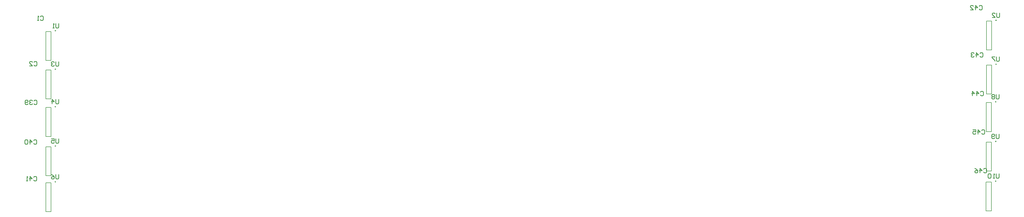
<source format=gbo>
%FSLAX25Y25*%
%MOIN*%
G70*
G01*
G75*
G04 Layer_Color=32896*
%ADD10R,0.05512X0.05906*%
%ADD11R,0.05512X0.04331*%
%ADD12R,0.05709X0.02165*%
%ADD13R,0.05709X0.02165*%
%ADD14R,0.04331X0.06693*%
%ADD15R,0.08661X0.07874*%
%ADD16C,0.00500*%
%ADD17C,0.01181*%
%ADD18C,0.01969*%
%ADD19C,0.04724*%
%ADD20R,0.04724X0.04724*%
%ADD21R,0.05906X0.05906*%
%ADD22C,0.05906*%
%ADD23C,0.12992*%
%ADD24C,0.11811*%
%ADD25R,0.06378X0.06378*%
%ADD26C,0.06378*%
%ADD27C,0.08425*%
%ADD28C,0.21654*%
%ADD29C,0.02362*%
%ADD30C,0.03937*%
%ADD31O,0.08661X0.02362*%
%ADD32R,0.04331X0.05512*%
%ADD33C,0.00787*%
%ADD34C,0.00394*%
%ADD35C,0.00098*%
%ADD36C,0.00984*%
%ADD37C,0.01000*%
%ADD38C,0.00098*%
%ADD39C,0.00800*%
%ADD40C,0.00591*%
%ADD41R,0.06312X0.06706*%
%ADD42R,0.06312X0.05131*%
%ADD43R,0.06509X0.02965*%
%ADD44R,0.06509X0.02965*%
%ADD45R,0.05131X0.07493*%
%ADD46R,0.09461X0.08674*%
%ADD47C,0.05524*%
%ADD48R,0.05524X0.05524*%
%ADD49R,0.06706X0.06706*%
%ADD50C,0.06706*%
%ADD51C,0.13792*%
%ADD52C,0.12611*%
%ADD53R,0.07178X0.07178*%
%ADD54C,0.07178*%
%ADD55C,0.09225*%
%ADD56C,0.22453*%
%ADD57C,0.03162*%
%ADD58C,0.04737*%
%ADD59O,0.09461X0.03162*%
%ADD60R,0.05131X0.06312*%
D33*
X206693Y541339D02*
X213779D01*
X206693Y580709D02*
X213779D01*
X206693Y541339D02*
Y580709D01*
X213779Y541339D02*
Y580709D01*
X206693Y488976D02*
X213779D01*
X206693Y528346D02*
X213779D01*
X206693Y488976D02*
Y528346D01*
X213779Y488976D02*
Y528346D01*
Y437795D02*
Y477165D01*
X206693Y437795D02*
Y477165D01*
X213779D01*
X206693Y437795D02*
X213779D01*
Y384252D02*
Y423622D01*
X206693Y384252D02*
Y423622D01*
X213779D01*
X206693Y384252D02*
X213779D01*
Y335433D02*
Y374803D01*
X206693Y335433D02*
Y374803D01*
X213779D01*
X206693Y335433D02*
X213779D01*
X1492520Y555512D02*
Y594882D01*
X1485433Y555512D02*
Y594882D01*
X1492520D01*
X1485433Y555512D02*
X1492520D01*
Y495669D02*
Y535039D01*
X1485433Y495669D02*
Y535039D01*
X1492520D01*
X1485433Y495669D02*
X1492520D01*
X1492126Y444488D02*
Y483858D01*
X1485039Y444488D02*
Y483858D01*
X1492126D01*
X1485039Y444488D02*
X1492126D01*
Y390551D02*
Y429921D01*
X1485039Y390551D02*
Y429921D01*
X1492126D01*
X1485039Y390551D02*
X1492126D01*
X1492008Y336378D02*
Y375748D01*
X1484921Y336378D02*
Y375748D01*
X1492008D01*
X1484921Y336378D02*
X1492008D01*
D36*
X220177Y581870D02*
G03*
X220177Y581870I-492J0D01*
G01*
Y529508D02*
G03*
X220177Y529508I-492J0D01*
G01*
Y478327D02*
G03*
X220177Y478327I-492J0D01*
G01*
Y424784D02*
G03*
X220177Y424784I-492J0D01*
G01*
Y375965D02*
G03*
X220177Y375965I-492J0D01*
G01*
X1498917Y596043D02*
G03*
X1498917Y596043I-492J0D01*
G01*
Y536201D02*
G03*
X1498917Y536201I-492J0D01*
G01*
X1498524Y485020D02*
G03*
X1498524Y485020I-492J0D01*
G01*
Y431083D02*
G03*
X1498524Y431083I-492J0D01*
G01*
X1498405Y376909D02*
G03*
X1498405Y376909I-492J0D01*
G01*
D37*
X224162Y591804D02*
Y586806D01*
X223163Y585806D01*
X221163D01*
X220163Y586806D01*
Y591804D01*
X218164Y585806D02*
X216165D01*
X217164D01*
Y591804D01*
X218164Y590805D01*
X190465Y538857D02*
X191465Y539857D01*
X193464D01*
X194464Y538857D01*
Y534859D01*
X193464Y533859D01*
X191465D01*
X190465Y534859D01*
X184467Y533859D02*
X188466D01*
X184467Y537858D01*
Y538857D01*
X185467Y539857D01*
X187466D01*
X188466Y538857D01*
X199163Y601073D02*
X200163Y602073D01*
X202163D01*
X203162Y601073D01*
Y597075D01*
X202163Y596075D01*
X200163D01*
X199163Y597075D01*
X197164Y596075D02*
X195165D01*
X196165D01*
Y602073D01*
X197164Y601073D01*
X190482Y486492D02*
X191482Y487492D01*
X193481D01*
X194481Y486492D01*
Y482493D01*
X193481Y481494D01*
X191482D01*
X190482Y482493D01*
X188483Y486492D02*
X187483Y487492D01*
X185484D01*
X184484Y486492D01*
Y485492D01*
X185484Y484493D01*
X186484D01*
X185484D01*
X184484Y483493D01*
Y482493D01*
X185484Y481494D01*
X187483D01*
X188483Y482493D01*
X182485D02*
X181485Y481494D01*
X179486D01*
X178486Y482493D01*
Y486492D01*
X179486Y487492D01*
X181485D01*
X182485Y486492D01*
Y485492D01*
X181485Y484493D01*
X178486D01*
X190089Y432224D02*
X191088Y433223D01*
X193088D01*
X194087Y432224D01*
Y428225D01*
X193088Y427225D01*
X191088D01*
X190089Y428225D01*
X185090Y427225D02*
Y433223D01*
X188089Y430224D01*
X184091D01*
X182091Y432224D02*
X181092Y433223D01*
X179092D01*
X178093Y432224D01*
Y428225D01*
X179092Y427225D01*
X181092D01*
X182091Y428225D01*
Y432224D01*
X190074Y382256D02*
X191074Y383255D01*
X193073D01*
X194073Y382256D01*
Y378257D01*
X193073Y377257D01*
X191074D01*
X190074Y378257D01*
X185076Y377257D02*
Y383255D01*
X188075Y380256D01*
X184076D01*
X182077Y377257D02*
X180077D01*
X181077D01*
Y383255D01*
X182077Y382256D01*
X1475514Y615242D02*
X1476514Y616242D01*
X1478513D01*
X1479513Y615242D01*
Y611244D01*
X1478513Y610244D01*
X1476514D01*
X1475514Y611244D01*
X1470516Y610244D02*
Y616242D01*
X1473514Y613243D01*
X1469516D01*
X1463518Y610244D02*
X1467517D01*
X1463518Y614243D01*
Y615242D01*
X1464517Y616242D01*
X1466517D01*
X1467517Y615242D01*
X1476337Y551087D02*
X1477337Y552086D01*
X1479336D01*
X1480336Y551087D01*
Y547088D01*
X1479336Y546088D01*
X1477337D01*
X1476337Y547088D01*
X1471339Y546088D02*
Y552086D01*
X1474338Y549087D01*
X1470339D01*
X1468340Y551087D02*
X1467340Y552086D01*
X1465341D01*
X1464341Y551087D01*
Y550087D01*
X1465341Y549087D01*
X1466341D01*
X1465341D01*
X1464341Y548088D01*
Y547088D01*
X1465341Y546088D01*
X1467340D01*
X1468340Y547088D01*
X1477125Y498323D02*
X1478124Y499323D01*
X1480124D01*
X1481123Y498323D01*
Y494324D01*
X1480124Y493325D01*
X1478124D01*
X1477125Y494324D01*
X1472126Y493325D02*
Y499323D01*
X1475125Y496324D01*
X1471127D01*
X1466128Y493325D02*
Y499323D01*
X1469127Y496324D01*
X1465129D01*
X1478639Y445998D02*
X1479639Y446998D01*
X1481638D01*
X1482638Y445998D01*
Y442000D01*
X1481638Y441000D01*
X1479639D01*
X1478639Y442000D01*
X1473641Y441000D02*
Y446998D01*
X1476640Y443999D01*
X1472641D01*
X1466643Y446998D02*
X1470642D01*
Y443999D01*
X1468642Y444999D01*
X1467643D01*
X1466643Y443999D01*
Y442000D01*
X1467643Y441000D01*
X1469642D01*
X1470642Y442000D01*
X1481435Y393176D02*
X1482435Y394176D01*
X1484434D01*
X1485434Y393176D01*
Y389178D01*
X1484434Y388178D01*
X1482435D01*
X1481435Y389178D01*
X1476437Y388178D02*
Y394176D01*
X1479436Y391177D01*
X1475437D01*
X1469439Y394176D02*
X1471438Y393176D01*
X1473438Y391177D01*
Y389178D01*
X1472438Y388178D01*
X1470439D01*
X1469439Y389178D01*
Y390177D01*
X1470439Y391177D01*
X1473438D01*
X1502950Y606034D02*
Y601036D01*
X1501951Y600036D01*
X1499951D01*
X1498952Y601036D01*
Y606034D01*
X1492954Y600036D02*
X1496952D01*
X1492954Y604035D01*
Y605034D01*
X1493953Y606034D01*
X1495953D01*
X1496952Y605034D01*
X224179Y488295D02*
Y483296D01*
X223179Y482297D01*
X221180D01*
X220180Y483296D01*
Y488295D01*
X215182Y482297D02*
Y488295D01*
X218181Y485296D01*
X214182D01*
X224194Y434755D02*
Y429756D01*
X223194Y428757D01*
X221195D01*
X220195Y429756D01*
Y434755D01*
X214197D02*
X218196D01*
Y431756D01*
X216196Y432755D01*
X215197D01*
X214197Y431756D01*
Y429756D01*
X215197Y428757D01*
X217196D01*
X218196Y429756D01*
X224206Y385985D02*
Y380987D01*
X223207Y379987D01*
X221207D01*
X220208Y380987D01*
Y385985D01*
X214210D02*
X216209Y384986D01*
X218208Y382986D01*
Y380987D01*
X217209Y379987D01*
X215209D01*
X214210Y380987D01*
Y381987D01*
X215209Y382986D01*
X218208D01*
X1502932Y546192D02*
Y541193D01*
X1501933Y540194D01*
X1499933D01*
X1498934Y541193D01*
Y546192D01*
X1496934D02*
X1492935D01*
Y545192D01*
X1496934Y541193D01*
Y540194D01*
X1502592Y494968D02*
Y489970D01*
X1501592Y488970D01*
X1499593D01*
X1498593Y489970D01*
Y494968D01*
X1496594Y493968D02*
X1495594Y494968D01*
X1493595D01*
X1492595Y493968D01*
Y492969D01*
X1493595Y491969D01*
X1492595Y490969D01*
Y489970D01*
X1493595Y488970D01*
X1495594D01*
X1496594Y489970D01*
Y490969D01*
X1495594Y491969D01*
X1496594Y492969D01*
Y493968D01*
X1495594Y491969D02*
X1493595D01*
X1502513Y441073D02*
Y436074D01*
X1501513Y435075D01*
X1499514D01*
X1498514Y436074D01*
Y441073D01*
X1496515Y436074D02*
X1495515Y435075D01*
X1493515D01*
X1492516Y436074D01*
Y440073D01*
X1493515Y441073D01*
X1495515D01*
X1496515Y440073D01*
Y439074D01*
X1495515Y438074D01*
X1492516D01*
X1502420Y386926D02*
Y381927D01*
X1501420Y380928D01*
X1499421D01*
X1498421Y381927D01*
Y386926D01*
X1496422Y380928D02*
X1494422D01*
X1495422D01*
Y386926D01*
X1496422Y385926D01*
X1491423D02*
X1490424Y386926D01*
X1488424D01*
X1487424Y385926D01*
Y381927D01*
X1488424Y380928D01*
X1490424D01*
X1491423Y381927D01*
Y385926D01*
X224174Y539504D02*
Y534505D01*
X223174Y533505D01*
X221175D01*
X220175Y534505D01*
Y539504D01*
X218176Y538504D02*
X217176Y539504D01*
X215177D01*
X214177Y538504D01*
Y537504D01*
X215177Y536505D01*
X216177D01*
X215177D01*
X214177Y535505D01*
Y534505D01*
X215177Y533505D01*
X217176D01*
X218176Y534505D01*
M02*

</source>
